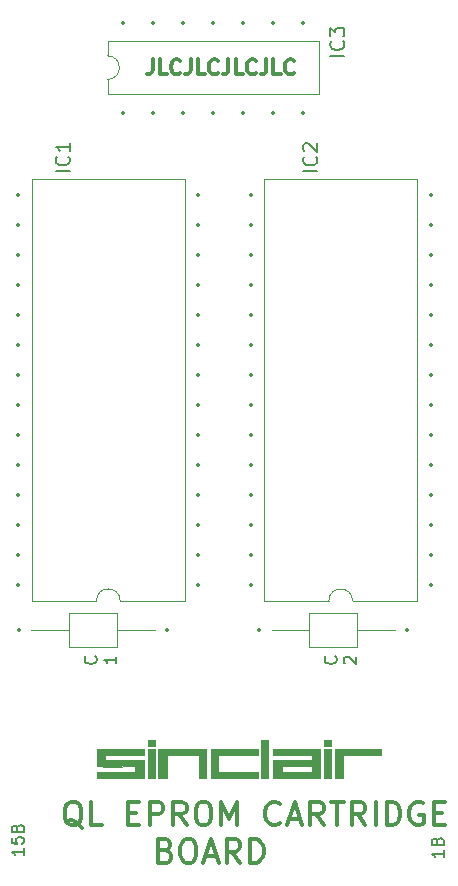
<source format=gto>
%TF.GenerationSoftware,KiCad,Pcbnew,8.0.6+1*%
%TF.CreationDate,2024-12-12T19:09:56+01:00*%
%TF.ProjectId,QL_ROM_Cartridge_original,514c5f52-4f4d-45f4-9361-727472696467,0*%
%TF.SameCoordinates,Original*%
%TF.FileFunction,Legend,Top*%
%TF.FilePolarity,Positive*%
%FSLAX46Y46*%
G04 Gerber Fmt 4.6, Leading zero omitted, Abs format (unit mm)*
G04 Created by KiCad (PCBNEW 8.0.6+1) date 2024-12-12 19:09:56*
%MOMM*%
%LPD*%
G01*
G04 APERTURE LIST*
%ADD10C,0.100000*%
%ADD11C,0.300000*%
%ADD12C,0.350000*%
%ADD13C,0.150000*%
%ADD14C,0.120000*%
%ADD15C,0.350000*%
G04 APERTURE END LIST*
D10*
X29057653Y20695256D02*
X28435362Y20695256D01*
X28435362Y21136479D01*
X29057653Y21136479D01*
X29057653Y20695256D01*
G36*
X29057653Y20695256D02*
G01*
X28435362Y20695256D01*
X28435362Y21136479D01*
X29057653Y21136479D01*
X29057653Y20695256D01*
G37*
X14127037Y17951939D02*
X13503711Y17951939D01*
X13503711Y20423558D01*
X14127037Y20423558D01*
X14127037Y17951939D01*
G36*
X14127037Y17951939D02*
G01*
X13503711Y17951939D01*
X13503711Y20423558D01*
X14127037Y20423558D01*
X14127037Y17951939D01*
G37*
X23719969Y17951939D02*
X23080149Y17951939D01*
X23080149Y21136510D01*
X23719969Y21136510D01*
X23719969Y17951939D01*
G36*
X23719969Y17951939D02*
G01*
X23080149Y17951939D01*
X23080149Y21136510D01*
X23719969Y21136510D01*
X23719969Y17951939D01*
G37*
X18478697Y17951939D02*
X17847640Y17951939D01*
X17847640Y19938969D01*
X15113062Y19938969D01*
X15113062Y17951939D01*
X14394360Y17951939D01*
X14394360Y20423558D01*
X18478697Y20423558D01*
X18478697Y17951939D01*
G36*
X18478697Y17951939D02*
G01*
X17847640Y17951939D01*
X17847640Y19938969D01*
X15113062Y19938969D01*
X15113062Y17951939D01*
X14394360Y17951939D01*
X14394360Y20423558D01*
X18478697Y20423558D01*
X18478697Y17951939D01*
G37*
X14127037Y20695256D02*
X13503711Y20695256D01*
X13503711Y21136479D01*
X14127037Y21136479D01*
X14127037Y20695256D01*
G36*
X14127037Y20695256D02*
G01*
X13503711Y20695256D01*
X13503711Y21136479D01*
X14127037Y21136479D01*
X14127037Y20695256D01*
G37*
X22825973Y19938969D02*
X19451575Y19938969D01*
X19451575Y18483586D01*
X22825974Y18483586D01*
X22825954Y17951970D01*
X18825075Y17951939D01*
X18825075Y20423558D01*
X22825973Y20423558D01*
X22825973Y19938969D01*
G36*
X22825973Y19938969D02*
G01*
X19451575Y19938969D01*
X19451575Y18483586D01*
X22825974Y18483586D01*
X22825954Y17951970D01*
X18825075Y17951939D01*
X18825075Y20423558D01*
X22825973Y20423558D01*
X22825973Y19938969D01*
G37*
X13183313Y19939000D02*
X9905993Y19939000D01*
X9905993Y19477025D01*
X13183313Y19477025D01*
X13183313Y17951970D01*
X9195907Y17951970D01*
X9195907Y18483586D01*
X12448602Y18483586D01*
X12448602Y18951115D01*
X10228516Y18931615D01*
X9195907Y18951115D01*
X9195907Y20423588D01*
X13183313Y20423588D01*
X13183313Y19939000D01*
G36*
X13183313Y19939000D02*
G01*
X9905993Y19939000D01*
X9905993Y19477025D01*
X13183313Y19477025D01*
X13183313Y17951970D01*
X9195907Y17951970D01*
X9195907Y18483586D01*
X12448602Y18483586D01*
X12448602Y18951115D01*
X10228516Y18931615D01*
X9195907Y18951115D01*
X9195907Y20423588D01*
X13183313Y20423588D01*
X13183313Y19939000D01*
G37*
X28075491Y17951939D02*
X27392366Y17951939D01*
X24079321Y17951939D01*
X24076035Y18483586D01*
X24833082Y18483586D01*
X27392366Y18483586D01*
X27392366Y18951085D01*
X24833082Y18951085D01*
X24833082Y18483586D01*
X24076035Y18483586D01*
X24073921Y18825719D01*
X24079321Y19476994D01*
X27392366Y19476994D01*
X27392366Y19938969D01*
X24079321Y19938969D01*
X24079321Y20423558D01*
X28075491Y20423558D01*
X28075491Y17951939D01*
G36*
X28075491Y17951939D02*
G01*
X27392366Y17951939D01*
X24079321Y17951939D01*
X24076035Y18483586D01*
X24833082Y18483586D01*
X27392366Y18483586D01*
X27392366Y18951085D01*
X24833082Y18951085D01*
X24833082Y18483586D01*
X24076035Y18483586D01*
X24073921Y18825719D01*
X24079321Y19476994D01*
X27392366Y19476994D01*
X27392366Y19938969D01*
X24079321Y19938969D01*
X24079321Y20423558D01*
X28075491Y20423558D01*
X28075491Y17951939D01*
G37*
X29057653Y17951939D02*
X28435362Y17951939D01*
X28435362Y20423558D01*
X29057653Y20423558D01*
X29057653Y17951939D01*
G36*
X29057653Y17951939D02*
G01*
X28435362Y17951939D01*
X28435362Y20423558D01*
X29057653Y20423558D01*
X29057653Y17951939D01*
G37*
X33289223Y19938969D02*
X29995476Y19938969D01*
X29995476Y17951939D01*
X29364420Y17951939D01*
X29364418Y20423558D01*
X33289223Y20423558D01*
X33289223Y19938969D01*
G36*
X33289223Y19938969D02*
G01*
X29995476Y19938969D01*
X29995476Y17951939D01*
X29364420Y17951939D01*
X29364418Y20423558D01*
X33289223Y20423558D01*
X33289223Y19938969D01*
G37*
D11*
X13911189Y78792327D02*
X13911189Y77899470D01*
X13911189Y77899470D02*
X13851666Y77720898D01*
X13851666Y77720898D02*
X13732618Y77601850D01*
X13732618Y77601850D02*
X13554047Y77542327D01*
X13554047Y77542327D02*
X13434999Y77542327D01*
X15101666Y77542327D02*
X14506428Y77542327D01*
X14506428Y77542327D02*
X14506428Y78792327D01*
X16232618Y77661374D02*
X16173094Y77601850D01*
X16173094Y77601850D02*
X15994523Y77542327D01*
X15994523Y77542327D02*
X15875475Y77542327D01*
X15875475Y77542327D02*
X15696904Y77601850D01*
X15696904Y77601850D02*
X15577856Y77720898D01*
X15577856Y77720898D02*
X15518333Y77839946D01*
X15518333Y77839946D02*
X15458809Y78078041D01*
X15458809Y78078041D02*
X15458809Y78256612D01*
X15458809Y78256612D02*
X15518333Y78494708D01*
X15518333Y78494708D02*
X15577856Y78613755D01*
X15577856Y78613755D02*
X15696904Y78732803D01*
X15696904Y78732803D02*
X15875475Y78792327D01*
X15875475Y78792327D02*
X15994523Y78792327D01*
X15994523Y78792327D02*
X16173094Y78732803D01*
X16173094Y78732803D02*
X16232618Y78673279D01*
X17125475Y78792327D02*
X17125475Y77899470D01*
X17125475Y77899470D02*
X17065952Y77720898D01*
X17065952Y77720898D02*
X16946904Y77601850D01*
X16946904Y77601850D02*
X16768333Y77542327D01*
X16768333Y77542327D02*
X16649285Y77542327D01*
X18315952Y77542327D02*
X17720714Y77542327D01*
X17720714Y77542327D02*
X17720714Y78792327D01*
X19446904Y77661374D02*
X19387380Y77601850D01*
X19387380Y77601850D02*
X19208809Y77542327D01*
X19208809Y77542327D02*
X19089761Y77542327D01*
X19089761Y77542327D02*
X18911190Y77601850D01*
X18911190Y77601850D02*
X18792142Y77720898D01*
X18792142Y77720898D02*
X18732619Y77839946D01*
X18732619Y77839946D02*
X18673095Y78078041D01*
X18673095Y78078041D02*
X18673095Y78256612D01*
X18673095Y78256612D02*
X18732619Y78494708D01*
X18732619Y78494708D02*
X18792142Y78613755D01*
X18792142Y78613755D02*
X18911190Y78732803D01*
X18911190Y78732803D02*
X19089761Y78792327D01*
X19089761Y78792327D02*
X19208809Y78792327D01*
X19208809Y78792327D02*
X19387380Y78732803D01*
X19387380Y78732803D02*
X19446904Y78673279D01*
X20339761Y78792327D02*
X20339761Y77899470D01*
X20339761Y77899470D02*
X20280238Y77720898D01*
X20280238Y77720898D02*
X20161190Y77601850D01*
X20161190Y77601850D02*
X19982619Y77542327D01*
X19982619Y77542327D02*
X19863571Y77542327D01*
X21530238Y77542327D02*
X20935000Y77542327D01*
X20935000Y77542327D02*
X20935000Y78792327D01*
X22661190Y77661374D02*
X22601666Y77601850D01*
X22601666Y77601850D02*
X22423095Y77542327D01*
X22423095Y77542327D02*
X22304047Y77542327D01*
X22304047Y77542327D02*
X22125476Y77601850D01*
X22125476Y77601850D02*
X22006428Y77720898D01*
X22006428Y77720898D02*
X21946905Y77839946D01*
X21946905Y77839946D02*
X21887381Y78078041D01*
X21887381Y78078041D02*
X21887381Y78256612D01*
X21887381Y78256612D02*
X21946905Y78494708D01*
X21946905Y78494708D02*
X22006428Y78613755D01*
X22006428Y78613755D02*
X22125476Y78732803D01*
X22125476Y78732803D02*
X22304047Y78792327D01*
X22304047Y78792327D02*
X22423095Y78792327D01*
X22423095Y78792327D02*
X22601666Y78732803D01*
X22601666Y78732803D02*
X22661190Y78673279D01*
X23554047Y78792327D02*
X23554047Y77899470D01*
X23554047Y77899470D02*
X23494524Y77720898D01*
X23494524Y77720898D02*
X23375476Y77601850D01*
X23375476Y77601850D02*
X23196905Y77542327D01*
X23196905Y77542327D02*
X23077857Y77542327D01*
X24744524Y77542327D02*
X24149286Y77542327D01*
X24149286Y77542327D02*
X24149286Y78792327D01*
X25875476Y77661374D02*
X25815952Y77601850D01*
X25815952Y77601850D02*
X25637381Y77542327D01*
X25637381Y77542327D02*
X25518333Y77542327D01*
X25518333Y77542327D02*
X25339762Y77601850D01*
X25339762Y77601850D02*
X25220714Y77720898D01*
X25220714Y77720898D02*
X25161191Y77839946D01*
X25161191Y77839946D02*
X25101667Y78078041D01*
X25101667Y78078041D02*
X25101667Y78256612D01*
X25101667Y78256612D02*
X25161191Y78494708D01*
X25161191Y78494708D02*
X25220714Y78613755D01*
X25220714Y78613755D02*
X25339762Y78732803D01*
X25339762Y78732803D02*
X25518333Y78792327D01*
X25518333Y78792327D02*
X25637381Y78792327D01*
X25637381Y78792327D02*
X25815952Y78732803D01*
X25815952Y78732803D02*
X25875476Y78673279D01*
D12*
X15034088Y11824581D02*
X15319802Y11729343D01*
X15319802Y11729343D02*
X15415040Y11634105D01*
X15415040Y11634105D02*
X15510278Y11443629D01*
X15510278Y11443629D02*
X15510278Y11157915D01*
X15510278Y11157915D02*
X15415040Y10967439D01*
X15415040Y10967439D02*
X15319802Y10872200D01*
X15319802Y10872200D02*
X15129326Y10776962D01*
X15129326Y10776962D02*
X14367421Y10776962D01*
X14367421Y10776962D02*
X14367421Y12776962D01*
X14367421Y12776962D02*
X15034088Y12776962D01*
X15034088Y12776962D02*
X15224564Y12681724D01*
X15224564Y12681724D02*
X15319802Y12586486D01*
X15319802Y12586486D02*
X15415040Y12396010D01*
X15415040Y12396010D02*
X15415040Y12205534D01*
X15415040Y12205534D02*
X15319802Y12015058D01*
X15319802Y12015058D02*
X15224564Y11919820D01*
X15224564Y11919820D02*
X15034088Y11824581D01*
X15034088Y11824581D02*
X14367421Y11824581D01*
X16748373Y12776962D02*
X17129326Y12776962D01*
X17129326Y12776962D02*
X17319802Y12681724D01*
X17319802Y12681724D02*
X17510278Y12491248D01*
X17510278Y12491248D02*
X17605516Y12110296D01*
X17605516Y12110296D02*
X17605516Y11443629D01*
X17605516Y11443629D02*
X17510278Y11062677D01*
X17510278Y11062677D02*
X17319802Y10872200D01*
X17319802Y10872200D02*
X17129326Y10776962D01*
X17129326Y10776962D02*
X16748373Y10776962D01*
X16748373Y10776962D02*
X16557897Y10872200D01*
X16557897Y10872200D02*
X16367421Y11062677D01*
X16367421Y11062677D02*
X16272183Y11443629D01*
X16272183Y11443629D02*
X16272183Y12110296D01*
X16272183Y12110296D02*
X16367421Y12491248D01*
X16367421Y12491248D02*
X16557897Y12681724D01*
X16557897Y12681724D02*
X16748373Y12776962D01*
X18367421Y11348391D02*
X19319802Y11348391D01*
X18176945Y10776962D02*
X18843611Y12776962D01*
X18843611Y12776962D02*
X19510278Y10776962D01*
X21319802Y10776962D02*
X20653135Y11729343D01*
X20176945Y10776962D02*
X20176945Y12776962D01*
X20176945Y12776962D02*
X20938850Y12776962D01*
X20938850Y12776962D02*
X21129326Y12681724D01*
X21129326Y12681724D02*
X21224564Y12586486D01*
X21224564Y12586486D02*
X21319802Y12396010D01*
X21319802Y12396010D02*
X21319802Y12110296D01*
X21319802Y12110296D02*
X21224564Y11919820D01*
X21224564Y11919820D02*
X21129326Y11824581D01*
X21129326Y11824581D02*
X20938850Y11729343D01*
X20938850Y11729343D02*
X20176945Y11729343D01*
X22176945Y10776962D02*
X22176945Y12776962D01*
X22176945Y12776962D02*
X22653135Y12776962D01*
X22653135Y12776962D02*
X22938850Y12681724D01*
X22938850Y12681724D02*
X23129326Y12491248D01*
X23129326Y12491248D02*
X23224564Y12300772D01*
X23224564Y12300772D02*
X23319802Y11919820D01*
X23319802Y11919820D02*
X23319802Y11634105D01*
X23319802Y11634105D02*
X23224564Y11253153D01*
X23224564Y11253153D02*
X23129326Y11062677D01*
X23129326Y11062677D02*
X22938850Y10872200D01*
X22938850Y10872200D02*
X22653135Y10776962D01*
X22653135Y10776962D02*
X22176945Y10776962D01*
D13*
X29399608Y28249524D02*
X29447228Y28201905D01*
X29447228Y28201905D02*
X29494847Y28059048D01*
X29494847Y28059048D02*
X29494847Y27963810D01*
X29494847Y27963810D02*
X29447228Y27820953D01*
X29447228Y27820953D02*
X29351989Y27725715D01*
X29351989Y27725715D02*
X29256751Y27678096D01*
X29256751Y27678096D02*
X29066275Y27630477D01*
X29066275Y27630477D02*
X28923418Y27630477D01*
X28923418Y27630477D02*
X28732942Y27678096D01*
X28732942Y27678096D02*
X28637704Y27725715D01*
X28637704Y27725715D02*
X28542466Y27820953D01*
X28542466Y27820953D02*
X28494847Y27963810D01*
X28494847Y27963810D02*
X28494847Y28059048D01*
X28494847Y28059048D02*
X28542466Y28201905D01*
X28542466Y28201905D02*
X28590085Y28249524D01*
X30200029Y27654287D02*
X30152410Y27701906D01*
X30152410Y27701906D02*
X30104791Y27797144D01*
X30104791Y27797144D02*
X30104791Y28035239D01*
X30104791Y28035239D02*
X30152410Y28130477D01*
X30152410Y28130477D02*
X30200029Y28178096D01*
X30200029Y28178096D02*
X30295267Y28225715D01*
X30295267Y28225715D02*
X30390505Y28225715D01*
X30390505Y28225715D02*
X30533362Y28178096D01*
X30533362Y28178096D02*
X31104791Y27606668D01*
X31104791Y27606668D02*
X31104791Y28225715D01*
X27852342Y69313572D02*
X26652342Y69313572D01*
X27738057Y70570715D02*
X27795200Y70513572D01*
X27795200Y70513572D02*
X27852342Y70342144D01*
X27852342Y70342144D02*
X27852342Y70227858D01*
X27852342Y70227858D02*
X27795200Y70056429D01*
X27795200Y70056429D02*
X27680914Y69942144D01*
X27680914Y69942144D02*
X27566628Y69885001D01*
X27566628Y69885001D02*
X27338057Y69827858D01*
X27338057Y69827858D02*
X27166628Y69827858D01*
X27166628Y69827858D02*
X26938057Y69885001D01*
X26938057Y69885001D02*
X26823771Y69942144D01*
X26823771Y69942144D02*
X26709485Y70056429D01*
X26709485Y70056429D02*
X26652342Y70227858D01*
X26652342Y70227858D02*
X26652342Y70342144D01*
X26652342Y70342144D02*
X26709485Y70513572D01*
X26709485Y70513572D02*
X26766628Y70570715D01*
X26766628Y71027858D02*
X26709485Y71085001D01*
X26709485Y71085001D02*
X26652342Y71199286D01*
X26652342Y71199286D02*
X26652342Y71485001D01*
X26652342Y71485001D02*
X26709485Y71599286D01*
X26709485Y71599286D02*
X26766628Y71656429D01*
X26766628Y71656429D02*
X26880914Y71713572D01*
X26880914Y71713572D02*
X26995200Y71713572D01*
X26995200Y71713572D02*
X27166628Y71656429D01*
X27166628Y71656429D02*
X27852342Y70970715D01*
X27852342Y70970715D02*
X27852342Y71713572D01*
X30138335Y79092572D02*
X28938335Y79092572D01*
X30024050Y80349715D02*
X30081193Y80292572D01*
X30081193Y80292572D02*
X30138335Y80121144D01*
X30138335Y80121144D02*
X30138335Y80006858D01*
X30138335Y80006858D02*
X30081193Y79835429D01*
X30081193Y79835429D02*
X29966907Y79721144D01*
X29966907Y79721144D02*
X29852621Y79664001D01*
X29852621Y79664001D02*
X29624050Y79606858D01*
X29624050Y79606858D02*
X29452621Y79606858D01*
X29452621Y79606858D02*
X29224050Y79664001D01*
X29224050Y79664001D02*
X29109764Y79721144D01*
X29109764Y79721144D02*
X28995478Y79835429D01*
X28995478Y79835429D02*
X28938335Y80006858D01*
X28938335Y80006858D02*
X28938335Y80121144D01*
X28938335Y80121144D02*
X28995478Y80292572D01*
X28995478Y80292572D02*
X29052621Y80349715D01*
X28938335Y80749715D02*
X28938335Y81492572D01*
X28938335Y81492572D02*
X29395478Y81092572D01*
X29395478Y81092572D02*
X29395478Y81264001D01*
X29395478Y81264001D02*
X29452621Y81378286D01*
X29452621Y81378286D02*
X29509764Y81435429D01*
X29509764Y81435429D02*
X29624050Y81492572D01*
X29624050Y81492572D02*
X29909764Y81492572D01*
X29909764Y81492572D02*
X30024050Y81435429D01*
X30024050Y81435429D02*
X30081193Y81378286D01*
X30081193Y81378286D02*
X30138335Y81264001D01*
X30138335Y81264001D02*
X30138335Y80921144D01*
X30138335Y80921144D02*
X30081193Y80806858D01*
X30081193Y80806858D02*
X30024050Y80749715D01*
X38554819Y11850715D02*
X38554819Y11279287D01*
X38554819Y11565001D02*
X37554819Y11565001D01*
X37554819Y11565001D02*
X37697676Y11469763D01*
X37697676Y11469763D02*
X37792914Y11374525D01*
X37792914Y11374525D02*
X37840533Y11279287D01*
X38031009Y12612620D02*
X38078628Y12755477D01*
X38078628Y12755477D02*
X38126247Y12803096D01*
X38126247Y12803096D02*
X38221485Y12850715D01*
X38221485Y12850715D02*
X38364342Y12850715D01*
X38364342Y12850715D02*
X38459580Y12803096D01*
X38459580Y12803096D02*
X38507200Y12755477D01*
X38507200Y12755477D02*
X38554819Y12660239D01*
X38554819Y12660239D02*
X38554819Y12279287D01*
X38554819Y12279287D02*
X37554819Y12279287D01*
X37554819Y12279287D02*
X37554819Y12612620D01*
X37554819Y12612620D02*
X37602438Y12707858D01*
X37602438Y12707858D02*
X37650057Y12755477D01*
X37650057Y12755477D02*
X37745295Y12803096D01*
X37745295Y12803096D02*
X37840533Y12803096D01*
X37840533Y12803096D02*
X37935771Y12755477D01*
X37935771Y12755477D02*
X37983390Y12707858D01*
X37983390Y12707858D02*
X38031009Y12612620D01*
X38031009Y12612620D02*
X38031009Y12279287D01*
X2994819Y12009524D02*
X2994819Y11438096D01*
X2994819Y11723810D02*
X1994819Y11723810D01*
X1994819Y11723810D02*
X2137676Y11628572D01*
X2137676Y11628572D02*
X2232914Y11533334D01*
X2232914Y11533334D02*
X2280533Y11438096D01*
X1994819Y12914286D02*
X1994819Y12438096D01*
X1994819Y12438096D02*
X2471009Y12390477D01*
X2471009Y12390477D02*
X2423390Y12438096D01*
X2423390Y12438096D02*
X2375771Y12533334D01*
X2375771Y12533334D02*
X2375771Y12771429D01*
X2375771Y12771429D02*
X2423390Y12866667D01*
X2423390Y12866667D02*
X2471009Y12914286D01*
X2471009Y12914286D02*
X2566247Y12961905D01*
X2566247Y12961905D02*
X2804342Y12961905D01*
X2804342Y12961905D02*
X2899580Y12914286D01*
X2899580Y12914286D02*
X2947200Y12866667D01*
X2947200Y12866667D02*
X2994819Y12771429D01*
X2994819Y12771429D02*
X2994819Y12533334D01*
X2994819Y12533334D02*
X2947200Y12438096D01*
X2947200Y12438096D02*
X2899580Y12390477D01*
X2471009Y13723810D02*
X2518628Y13866667D01*
X2518628Y13866667D02*
X2566247Y13914286D01*
X2566247Y13914286D02*
X2661485Y13961905D01*
X2661485Y13961905D02*
X2804342Y13961905D01*
X2804342Y13961905D02*
X2899580Y13914286D01*
X2899580Y13914286D02*
X2947200Y13866667D01*
X2947200Y13866667D02*
X2994819Y13771429D01*
X2994819Y13771429D02*
X2994819Y13390477D01*
X2994819Y13390477D02*
X1994819Y13390477D01*
X1994819Y13390477D02*
X1994819Y13723810D01*
X1994819Y13723810D02*
X2042438Y13819048D01*
X2042438Y13819048D02*
X2090057Y13866667D01*
X2090057Y13866667D02*
X2185295Y13914286D01*
X2185295Y13914286D02*
X2280533Y13914286D01*
X2280533Y13914286D02*
X2375771Y13866667D01*
X2375771Y13866667D02*
X2423390Y13819048D01*
X2423390Y13819048D02*
X2471009Y13723810D01*
X2471009Y13723810D02*
X2471009Y13390477D01*
X6897342Y69313572D02*
X5697342Y69313572D01*
X6783057Y70570715D02*
X6840200Y70513572D01*
X6840200Y70513572D02*
X6897342Y70342144D01*
X6897342Y70342144D02*
X6897342Y70227858D01*
X6897342Y70227858D02*
X6840200Y70056429D01*
X6840200Y70056429D02*
X6725914Y69942144D01*
X6725914Y69942144D02*
X6611628Y69885001D01*
X6611628Y69885001D02*
X6383057Y69827858D01*
X6383057Y69827858D02*
X6211628Y69827858D01*
X6211628Y69827858D02*
X5983057Y69885001D01*
X5983057Y69885001D02*
X5868771Y69942144D01*
X5868771Y69942144D02*
X5754485Y70056429D01*
X5754485Y70056429D02*
X5697342Y70227858D01*
X5697342Y70227858D02*
X5697342Y70342144D01*
X5697342Y70342144D02*
X5754485Y70513572D01*
X5754485Y70513572D02*
X5811628Y70570715D01*
X6897342Y71713572D02*
X6897342Y71027858D01*
X6897342Y71370715D02*
X5697342Y71370715D01*
X5697342Y71370715D02*
X5868771Y71256429D01*
X5868771Y71256429D02*
X5983057Y71142144D01*
X5983057Y71142144D02*
X6040200Y71027858D01*
D12*
X7939325Y13761486D02*
X7748849Y13856724D01*
X7748849Y13856724D02*
X7558373Y14047200D01*
X7558373Y14047200D02*
X7272659Y14332915D01*
X7272659Y14332915D02*
X7082182Y14428153D01*
X7082182Y14428153D02*
X6891706Y14428153D01*
X6986944Y13951962D02*
X6796468Y14047200D01*
X6796468Y14047200D02*
X6605992Y14237677D01*
X6605992Y14237677D02*
X6510754Y14618629D01*
X6510754Y14618629D02*
X6510754Y15285296D01*
X6510754Y15285296D02*
X6605992Y15666248D01*
X6605992Y15666248D02*
X6796468Y15856724D01*
X6796468Y15856724D02*
X6986944Y15951962D01*
X6986944Y15951962D02*
X7367897Y15951962D01*
X7367897Y15951962D02*
X7558373Y15856724D01*
X7558373Y15856724D02*
X7748849Y15666248D01*
X7748849Y15666248D02*
X7844087Y15285296D01*
X7844087Y15285296D02*
X7844087Y14618629D01*
X7844087Y14618629D02*
X7748849Y14237677D01*
X7748849Y14237677D02*
X7558373Y14047200D01*
X7558373Y14047200D02*
X7367897Y13951962D01*
X7367897Y13951962D02*
X6986944Y13951962D01*
X9653611Y13951962D02*
X8701230Y13951962D01*
X8701230Y13951962D02*
X8701230Y15951962D01*
X11844088Y14999581D02*
X12510755Y14999581D01*
X12796469Y13951962D02*
X11844088Y13951962D01*
X11844088Y13951962D02*
X11844088Y15951962D01*
X11844088Y15951962D02*
X12796469Y15951962D01*
X13653612Y13951962D02*
X13653612Y15951962D01*
X13653612Y15951962D02*
X14415517Y15951962D01*
X14415517Y15951962D02*
X14605993Y15856724D01*
X14605993Y15856724D02*
X14701231Y15761486D01*
X14701231Y15761486D02*
X14796469Y15571010D01*
X14796469Y15571010D02*
X14796469Y15285296D01*
X14796469Y15285296D02*
X14701231Y15094820D01*
X14701231Y15094820D02*
X14605993Y14999581D01*
X14605993Y14999581D02*
X14415517Y14904343D01*
X14415517Y14904343D02*
X13653612Y14904343D01*
X16796469Y13951962D02*
X16129802Y14904343D01*
X15653612Y13951962D02*
X15653612Y15951962D01*
X15653612Y15951962D02*
X16415517Y15951962D01*
X16415517Y15951962D02*
X16605993Y15856724D01*
X16605993Y15856724D02*
X16701231Y15761486D01*
X16701231Y15761486D02*
X16796469Y15571010D01*
X16796469Y15571010D02*
X16796469Y15285296D01*
X16796469Y15285296D02*
X16701231Y15094820D01*
X16701231Y15094820D02*
X16605993Y14999581D01*
X16605993Y14999581D02*
X16415517Y14904343D01*
X16415517Y14904343D02*
X15653612Y14904343D01*
X18034564Y15951962D02*
X18415517Y15951962D01*
X18415517Y15951962D02*
X18605993Y15856724D01*
X18605993Y15856724D02*
X18796469Y15666248D01*
X18796469Y15666248D02*
X18891707Y15285296D01*
X18891707Y15285296D02*
X18891707Y14618629D01*
X18891707Y14618629D02*
X18796469Y14237677D01*
X18796469Y14237677D02*
X18605993Y14047200D01*
X18605993Y14047200D02*
X18415517Y13951962D01*
X18415517Y13951962D02*
X18034564Y13951962D01*
X18034564Y13951962D02*
X17844088Y14047200D01*
X17844088Y14047200D02*
X17653612Y14237677D01*
X17653612Y14237677D02*
X17558374Y14618629D01*
X17558374Y14618629D02*
X17558374Y15285296D01*
X17558374Y15285296D02*
X17653612Y15666248D01*
X17653612Y15666248D02*
X17844088Y15856724D01*
X17844088Y15856724D02*
X18034564Y15951962D01*
X19748850Y13951962D02*
X19748850Y15951962D01*
X19748850Y15951962D02*
X20415517Y14523391D01*
X20415517Y14523391D02*
X21082183Y15951962D01*
X21082183Y15951962D02*
X21082183Y13951962D01*
X24701231Y14142439D02*
X24605993Y14047200D01*
X24605993Y14047200D02*
X24320279Y13951962D01*
X24320279Y13951962D02*
X24129803Y13951962D01*
X24129803Y13951962D02*
X23844088Y14047200D01*
X23844088Y14047200D02*
X23653612Y14237677D01*
X23653612Y14237677D02*
X23558374Y14428153D01*
X23558374Y14428153D02*
X23463136Y14809105D01*
X23463136Y14809105D02*
X23463136Y15094820D01*
X23463136Y15094820D02*
X23558374Y15475772D01*
X23558374Y15475772D02*
X23653612Y15666248D01*
X23653612Y15666248D02*
X23844088Y15856724D01*
X23844088Y15856724D02*
X24129803Y15951962D01*
X24129803Y15951962D02*
X24320279Y15951962D01*
X24320279Y15951962D02*
X24605993Y15856724D01*
X24605993Y15856724D02*
X24701231Y15761486D01*
X25463136Y14523391D02*
X26415517Y14523391D01*
X25272660Y13951962D02*
X25939326Y15951962D01*
X25939326Y15951962D02*
X26605993Y13951962D01*
X28415517Y13951962D02*
X27748850Y14904343D01*
X27272660Y13951962D02*
X27272660Y15951962D01*
X27272660Y15951962D02*
X28034565Y15951962D01*
X28034565Y15951962D02*
X28225041Y15856724D01*
X28225041Y15856724D02*
X28320279Y15761486D01*
X28320279Y15761486D02*
X28415517Y15571010D01*
X28415517Y15571010D02*
X28415517Y15285296D01*
X28415517Y15285296D02*
X28320279Y15094820D01*
X28320279Y15094820D02*
X28225041Y14999581D01*
X28225041Y14999581D02*
X28034565Y14904343D01*
X28034565Y14904343D02*
X27272660Y14904343D01*
X28986946Y15951962D02*
X30129803Y15951962D01*
X29558374Y13951962D02*
X29558374Y15951962D01*
X31939327Y13951962D02*
X31272660Y14904343D01*
X30796470Y13951962D02*
X30796470Y15951962D01*
X30796470Y15951962D02*
X31558375Y15951962D01*
X31558375Y15951962D02*
X31748851Y15856724D01*
X31748851Y15856724D02*
X31844089Y15761486D01*
X31844089Y15761486D02*
X31939327Y15571010D01*
X31939327Y15571010D02*
X31939327Y15285296D01*
X31939327Y15285296D02*
X31844089Y15094820D01*
X31844089Y15094820D02*
X31748851Y14999581D01*
X31748851Y14999581D02*
X31558375Y14904343D01*
X31558375Y14904343D02*
X30796470Y14904343D01*
X32796470Y13951962D02*
X32796470Y15951962D01*
X33748851Y13951962D02*
X33748851Y15951962D01*
X33748851Y15951962D02*
X34225041Y15951962D01*
X34225041Y15951962D02*
X34510756Y15856724D01*
X34510756Y15856724D02*
X34701232Y15666248D01*
X34701232Y15666248D02*
X34796470Y15475772D01*
X34796470Y15475772D02*
X34891708Y15094820D01*
X34891708Y15094820D02*
X34891708Y14809105D01*
X34891708Y14809105D02*
X34796470Y14428153D01*
X34796470Y14428153D02*
X34701232Y14237677D01*
X34701232Y14237677D02*
X34510756Y14047200D01*
X34510756Y14047200D02*
X34225041Y13951962D01*
X34225041Y13951962D02*
X33748851Y13951962D01*
X36796470Y15856724D02*
X36605994Y15951962D01*
X36605994Y15951962D02*
X36320280Y15951962D01*
X36320280Y15951962D02*
X36034565Y15856724D01*
X36034565Y15856724D02*
X35844089Y15666248D01*
X35844089Y15666248D02*
X35748851Y15475772D01*
X35748851Y15475772D02*
X35653613Y15094820D01*
X35653613Y15094820D02*
X35653613Y14809105D01*
X35653613Y14809105D02*
X35748851Y14428153D01*
X35748851Y14428153D02*
X35844089Y14237677D01*
X35844089Y14237677D02*
X36034565Y14047200D01*
X36034565Y14047200D02*
X36320280Y13951962D01*
X36320280Y13951962D02*
X36510756Y13951962D01*
X36510756Y13951962D02*
X36796470Y14047200D01*
X36796470Y14047200D02*
X36891708Y14142439D01*
X36891708Y14142439D02*
X36891708Y14809105D01*
X36891708Y14809105D02*
X36510756Y14809105D01*
X37748851Y14999581D02*
X38415518Y14999581D01*
X38701232Y13951962D02*
X37748851Y13951962D01*
X37748851Y13951962D02*
X37748851Y15951962D01*
X37748851Y15951962D02*
X38701232Y15951962D01*
D13*
X9079608Y28249524D02*
X9127228Y28201905D01*
X9127228Y28201905D02*
X9174847Y28059048D01*
X9174847Y28059048D02*
X9174847Y27963810D01*
X9174847Y27963810D02*
X9127228Y27820953D01*
X9127228Y27820953D02*
X9031989Y27725715D01*
X9031989Y27725715D02*
X8936751Y27678096D01*
X8936751Y27678096D02*
X8746275Y27630477D01*
X8746275Y27630477D02*
X8603418Y27630477D01*
X8603418Y27630477D02*
X8412942Y27678096D01*
X8412942Y27678096D02*
X8317704Y27725715D01*
X8317704Y27725715D02*
X8222466Y27820953D01*
X8222466Y27820953D02*
X8174847Y27963810D01*
X8174847Y27963810D02*
X8174847Y28059048D01*
X8174847Y28059048D02*
X8222466Y28201905D01*
X8222466Y28201905D02*
X8270085Y28249524D01*
X10784791Y28225715D02*
X10784791Y27654287D01*
X10784791Y27940001D02*
X9784791Y27940001D01*
X9784791Y27940001D02*
X9927648Y27844763D01*
X9927648Y27844763D02*
X10022886Y27749525D01*
X10022886Y27749525D02*
X10070505Y27654287D01*
D14*
%TO.C,IC2*%
X36305000Y68640000D02*
X23385000Y68640000D01*
X36305000Y32960000D02*
X36305000Y68640000D01*
X23385000Y32960000D02*
X28845000Y32960000D01*
X30845000Y32960000D02*
X36305000Y32960000D01*
X23385000Y68640000D02*
X23385000Y32960000D01*
X28845000Y32960000D02*
G75*
G02*
X30845000Y32960000I1000000J0D01*
G01*
%TO.C,IC1*%
X11165000Y32970000D02*
X16625000Y32970000D01*
X16625000Y68650000D02*
X3705000Y68650000D01*
X3705000Y32970000D02*
X9165000Y32970000D01*
X3705000Y68650000D02*
X3705000Y32970000D01*
X16625000Y32970000D02*
X16625000Y68650000D01*
X9165000Y32970000D02*
G75*
G02*
X11165000Y32970000I1000000J0D01*
G01*
%TO.C,C1*%
X6850000Y29060000D02*
X10890000Y29060000D01*
X3660000Y30480000D02*
X6850000Y30480000D01*
X10890000Y29060000D02*
X10890000Y31900000D01*
X14080000Y30480000D02*
X10890000Y30480000D01*
X10890000Y31900000D02*
X6850000Y31900000D01*
X6850000Y31900000D02*
X6850000Y29060000D01*
%TO.C,C2*%
X34420000Y30480000D02*
X31230000Y30480000D01*
X27190000Y31900000D02*
X27190000Y29060000D01*
X27190000Y29060000D02*
X31230000Y29060000D01*
X31230000Y29060000D02*
X31230000Y31900000D01*
X31230000Y31900000D02*
X27190000Y31900000D01*
X24000000Y30480000D02*
X27190000Y30480000D01*
%TO.C,IC3*%
X10100000Y77105000D02*
X10100000Y75855000D01*
X10100000Y80355000D02*
X10100000Y79105000D01*
X10100000Y75855000D02*
X28000000Y75855000D01*
X28000000Y75855000D02*
X28000000Y80355000D01*
X28000000Y80355000D02*
X10100000Y80355000D01*
X10100000Y79105000D02*
G75*
G02*
X10100000Y77105000I0J-1000000D01*
G01*
%TD*%
D15*
X37465000Y34290000D03*
X37465000Y36830000D03*
X37465000Y39370000D03*
X37465000Y41910000D03*
X37465000Y44450000D03*
X37465000Y46990000D03*
X37465000Y49530000D03*
X37465000Y52070000D03*
X37465000Y54610000D03*
X37465000Y57150000D03*
X37465000Y59690000D03*
X37465000Y62230000D03*
X37465000Y64770000D03*
X37465000Y67310000D03*
X22225000Y67310000D03*
X22225000Y64770000D03*
X22225000Y62230000D03*
X22225000Y59690000D03*
X22225000Y57150000D03*
X22225000Y54610000D03*
X22225000Y52070000D03*
X22225000Y49530000D03*
X22225000Y46990000D03*
X22225000Y44450000D03*
X22225000Y41910000D03*
X22225000Y39370000D03*
X22225000Y36830000D03*
X22225000Y34290000D03*
X17785000Y34300000D03*
X17785000Y36840000D03*
X17785000Y39380000D03*
X17785000Y41920000D03*
X17785000Y44460000D03*
X17785000Y47000000D03*
X17785000Y49540000D03*
X17785000Y52080000D03*
X17785000Y54620000D03*
X17785000Y57160000D03*
X17785000Y59700000D03*
X17785000Y62240000D03*
X17785000Y64780000D03*
X17785000Y67320000D03*
X2545000Y67320000D03*
X2545000Y64780000D03*
X2545000Y62240000D03*
X2545000Y59700000D03*
X2545000Y57160000D03*
X2545000Y54620000D03*
X2545000Y52080000D03*
X2545000Y49540000D03*
X2545000Y47000000D03*
X2545000Y44460000D03*
X2545000Y41920000D03*
X2545000Y39380000D03*
X2545000Y36840000D03*
X2545000Y34300000D03*
X2620000Y30480000D03*
X15120000Y30480000D03*
X35460000Y30480000D03*
X22960000Y30480000D03*
X11430000Y74295000D03*
X13970000Y74295000D03*
X16510000Y74295000D03*
X19050000Y74295000D03*
X21590000Y74295000D03*
X24130000Y74295000D03*
X26670000Y74295000D03*
X26670000Y81915000D03*
X24130000Y81915000D03*
X21590000Y81915000D03*
X19050000Y81915000D03*
X16510000Y81915000D03*
X13970000Y81915000D03*
X11430000Y81915000D03*
M02*

</source>
